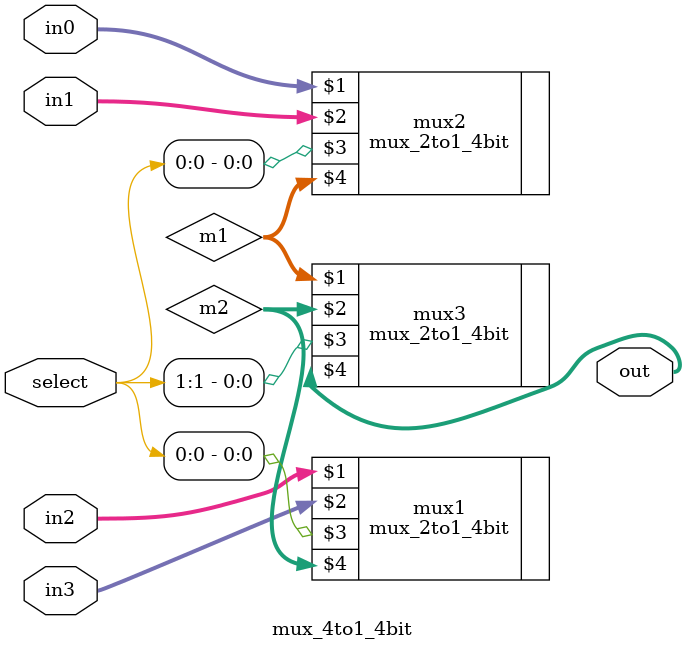
<source format=v>
`include "mux_2to1_4bit.v"
module mux_4to1_4bit(input [3:0]in0,input [3:0]in1,input [3:0]in2,input [3:0]in3,input [1:0] select,output[3:0] out);

    wire [3:0]m1,m2;

    mux_2to1_4bit mux2(in0,in1,select[0],m1);
    mux_2to1_4bit mux1(in2,in3,select[0],m2);
    mux_2to1_4bit mux3(m1,m2,select[1],out);
    
endmodule
</source>
